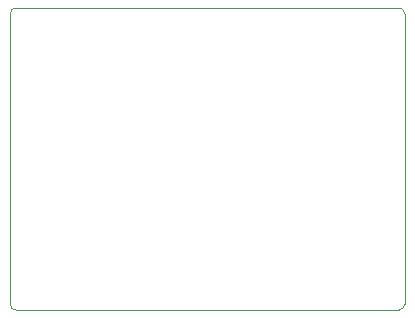
<source format=gbr>
G04 #@! TF.GenerationSoftware,KiCad,Pcbnew,5.1.5-52549c5~86~ubuntu16.04.1*
G04 #@! TF.CreationDate,2020-07-28T22:18:50+05:30*
G04 #@! TF.ProjectId,IRF520_MOSFET_Driver_V1.0,49524635-3230-45f4-9d4f-534645545f44,v1.0*
G04 #@! TF.SameCoordinates,Original*
G04 #@! TF.FileFunction,Profile,NP*
%FSLAX46Y46*%
G04 Gerber Fmt 4.6, Leading zero omitted, Abs format (unit mm)*
G04 Created by KiCad (PCBNEW 5.1.5-52549c5~86~ubuntu16.04.1) date 2020-07-28 22:18:50*
%MOMM*%
%LPD*%
G04 APERTURE LIST*
%ADD10C,0.050000*%
G04 APERTURE END LIST*
D10*
X148900000Y-63000000D02*
X116500000Y-63000000D01*
X149400000Y-88100000D02*
X149400000Y-63500000D01*
X116500000Y-88600000D02*
X148900000Y-88600000D01*
X116000000Y-63500000D02*
X116000000Y-88100000D01*
X116500000Y-88600000D02*
G75*
G02X116000000Y-88100000I0J500000D01*
G01*
X116000000Y-63500000D02*
G75*
G02X116500000Y-63000000I500000J0D01*
G01*
X148900000Y-63000000D02*
G75*
G02X149400000Y-63500000I0J-500000D01*
G01*
X149400000Y-88100000D02*
G75*
G02X148900000Y-88600000I-500000J0D01*
G01*
M02*

</source>
